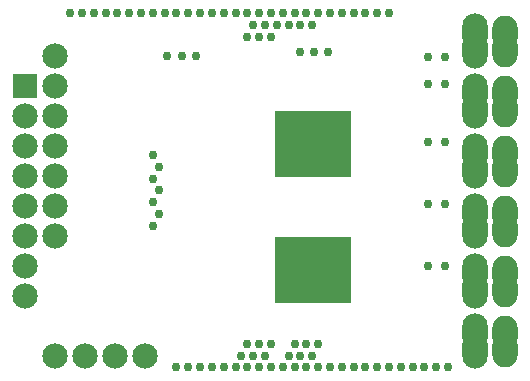
<source format=gbs>
G04*
G04 #@! TF.GenerationSoftware,Altium Limited,Altium Designer,22.6.1 (34)*
G04*
G04 Layer_Color=16711935*
%FSLAX44Y44*%
%MOMM*%
G71*
G04*
G04 #@! TF.SameCoordinates,5A10DA5C-CD7F-47E8-AF5C-5331072B1CDA*
G04*
G04*
G04 #@! TF.FilePolarity,Negative*
G04*
G01*
G75*
%ADD27R,6.5500X5.7000*%
%ADD31O,2.1500X3.1500*%
%ADD32C,2.1500*%
%ADD33O,2.1500X2.9500*%
%ADD34R,2.1500X2.1500*%
%ADD35C,0.7500*%
D27*
X-104500Y103100D02*
D03*
Y-3600D02*
D03*
D31*
X32825Y-71475D02*
D03*
Y-56275D02*
D03*
Y-20675D02*
D03*
Y-5475D02*
D03*
Y30125D02*
D03*
Y45325D02*
D03*
Y80925D02*
D03*
Y96125D02*
D03*
Y131725D02*
D03*
Y146925D02*
D03*
Y182525D02*
D03*
Y197725D02*
D03*
D32*
X-322775Y25025D02*
D03*
Y50425D02*
D03*
Y75825D02*
D03*
Y101225D02*
D03*
Y126625D02*
D03*
Y152025D02*
D03*
Y177425D02*
D03*
X-246575Y-76575D02*
D03*
X-271975D02*
D03*
X-297375D02*
D03*
X-322775D02*
D03*
X-348175Y126625D02*
D03*
Y-25775D02*
D03*
Y50425D02*
D03*
Y75825D02*
D03*
Y101225D02*
D03*
Y-375D02*
D03*
Y25025D02*
D03*
D33*
X58225Y182925D02*
D03*
Y197325D02*
D03*
Y30525D02*
D03*
Y-20275D02*
D03*
Y-5875D02*
D03*
Y146525D02*
D03*
Y132125D02*
D03*
Y81325D02*
D03*
Y95725D02*
D03*
Y44925D02*
D03*
Y-71075D02*
D03*
Y-56675D02*
D03*
D34*
X-348175Y152025D02*
D03*
D35*
X-7500Y177000D02*
D03*
X7500D02*
D03*
X-7500Y153500D02*
D03*
X7500D02*
D03*
X-7500Y104250D02*
D03*
X7500D02*
D03*
X-7500Y52500D02*
D03*
X7500D02*
D03*
Y0D02*
D03*
X-7500D02*
D03*
X-91595Y181000D02*
D03*
X-103750D02*
D03*
X-115905Y181160D02*
D03*
X-203540Y177045D02*
D03*
X-215695D02*
D03*
X-227850Y177205D02*
D03*
X-79100Y84050D02*
D03*
Y122150D02*
D03*
X-129900D02*
D03*
Y84050D02*
D03*
X-117200D02*
D03*
X-104500D02*
D03*
X-91800D02*
D03*
X-79100Y96750D02*
D03*
Y109450D02*
D03*
X-91800Y96750D02*
D03*
Y109450D02*
D03*
Y122150D02*
D03*
X-104500D02*
D03*
Y109450D02*
D03*
Y96750D02*
D03*
X-117200D02*
D03*
X-129900D02*
D03*
Y109450D02*
D03*
X-117200D02*
D03*
Y122150D02*
D03*
X-79100Y-22650D02*
D03*
Y15450D02*
D03*
X-129900D02*
D03*
Y-22650D02*
D03*
X-117200D02*
D03*
X-104500D02*
D03*
X-91800D02*
D03*
X-79100Y-9950D02*
D03*
Y2750D02*
D03*
X-91800Y-9950D02*
D03*
Y2750D02*
D03*
Y15450D02*
D03*
X-104500D02*
D03*
Y2750D02*
D03*
Y-9950D02*
D03*
X-117200D02*
D03*
X-129900D02*
D03*
Y2750D02*
D03*
X-117200D02*
D03*
Y15450D02*
D03*
X-40225Y213725D02*
D03*
X-50225D02*
D03*
X-60225D02*
D03*
X-70225D02*
D03*
X-80225D02*
D03*
X-90225D02*
D03*
X-100225D02*
D03*
X-110225D02*
D03*
X-105225Y203725D02*
D03*
X-120225Y213725D02*
D03*
X-115225Y203725D02*
D03*
X-130225Y213725D02*
D03*
X-125225Y203725D02*
D03*
X-140225Y213725D02*
D03*
X-135225Y203725D02*
D03*
X-140225Y193725D02*
D03*
X-150225Y213725D02*
D03*
X-145225Y203725D02*
D03*
X-150225Y193725D02*
D03*
X-160225Y213725D02*
D03*
X-155225Y203725D02*
D03*
X-160225Y193725D02*
D03*
X-170225Y213725D02*
D03*
X-180225D02*
D03*
X-190225D02*
D03*
X-200225D02*
D03*
X-210225D02*
D03*
X-220225D02*
D03*
X-230225D02*
D03*
X-240225D02*
D03*
X-250225D02*
D03*
X-260225D02*
D03*
X-270225D02*
D03*
X-280225D02*
D03*
X-290225D02*
D03*
X-300225D02*
D03*
X-310225D02*
D03*
X9775Y-86275D02*
D03*
X-225D02*
D03*
X-10225D02*
D03*
X-20225D02*
D03*
X-30225D02*
D03*
X-40225D02*
D03*
X-50225D02*
D03*
X-60225D02*
D03*
X-70225D02*
D03*
X-80225D02*
D03*
X-90225D02*
D03*
X-100225Y-66275D02*
D03*
Y-86275D02*
D03*
X-110225Y-66275D02*
D03*
X-105225Y-76275D02*
D03*
X-110225Y-86275D02*
D03*
X-120225Y-66275D02*
D03*
X-115225Y-76275D02*
D03*
X-120225Y-86275D02*
D03*
X-125225Y-76275D02*
D03*
X-130225Y-86275D02*
D03*
X-140225Y-66275D02*
D03*
Y-86275D02*
D03*
X-150225Y-66275D02*
D03*
X-145225Y-76275D02*
D03*
X-150225Y-86275D02*
D03*
X-160225Y-66275D02*
D03*
X-155225Y-76275D02*
D03*
X-160225Y-86275D02*
D03*
X-165225Y-76275D02*
D03*
X-170225Y-86275D02*
D03*
X-180225D02*
D03*
X-190225D02*
D03*
X-200225D02*
D03*
X-210225D02*
D03*
X-220225D02*
D03*
X-240225Y93725D02*
D03*
X-235225Y83725D02*
D03*
X-240225Y73725D02*
D03*
X-235225Y63725D02*
D03*
X-240225Y53725D02*
D03*
X-235225Y43725D02*
D03*
X-240225Y33725D02*
D03*
M02*

</source>
